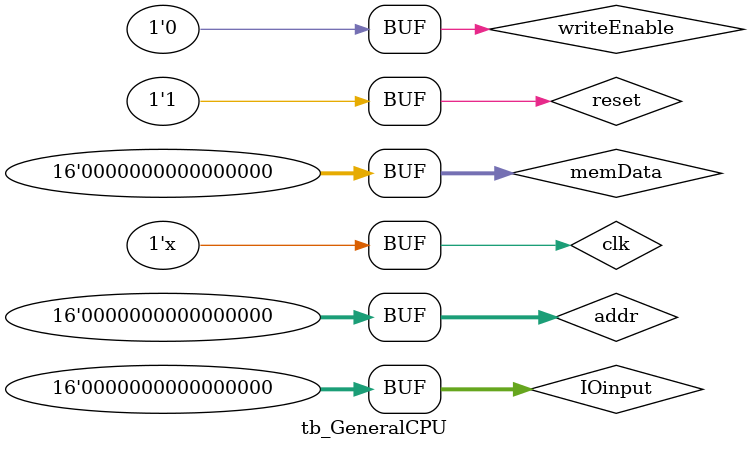
<source format=v>
/*************************************************************/
`timescale 1ns/1ns

module tb_GeneralCPU #(parameter WIDTH = 16) ();
	
	reg clk, reset;
	reg [WIDTH - 1 : 0] memData;
    reg [WIDTH - 1 : 0] addr;
    reg [WIDTH - 1 : 0] IOinput;
    reg writeEnable;
    wire [WIDTH - 1 : 0] memOutput;
    wire [WIDTH - 1 : 0] IOoutput;

	// Instantiate modules
	GeneralCPU UUT (
 	   .clk(clk), //
	   .reset(reset),//
	   .memData(memData),
	   .addr(addr), //
	   .IOinput(IOinput), //
	   .writeEnable(writeEnable), 
	   .memOutput(memOutput),//
	   .IOoutput(IOoutput) //
	);
	
	// Start clock and reset
	initial begin
	   clk <= 0;
	   reset <= 0;
	   memData <= 16'd0;
	   addr <= 16'd0;
	   IOinput <= 16'd0;
	   writeEnable <= 16'd0;
		#100;
		reset <= 1;
	end
		
	// Generate clock
	always #10 begin
	   clk = ~clk;
	end
		
	initial begin
	   ////////Test for Register File
	   ///TestWriting & Reading
		#20000;
	end
	
endmodule 

</source>
